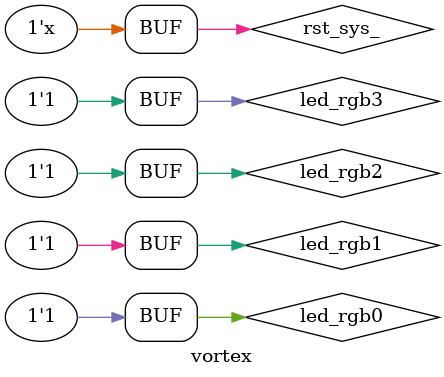
<source format=sv>

`define NOASYNC

`include "../libs/ddr3/ddr3_top.sv"
`include "../libs/uart/uart.sv"

`define ALWAYS(CLOCK,RESET) \
 `ifndef NOASYNC \
  always @(CLOCK, RESET) \
 `else \
  always @(CLOCK) \
 `endif

`define LENGTH(ADR,SIZ,OFS) (((ADR+SIZ-1)>>(OFS))-((ADR)>>(OFS)))

module vortex(
 `include "../ecpix5_ports.hv"
);
/* clocks */
 wire sysclk;
 wire ddrclk;

 `ifndef VERILATOR
  wire [3:0] clk_pll;
  wire       pll_locked;
  ecp5pll
  #(
   .in_hz(100000000)
  ,.out0_hz(50000000)
  ,.out1_hz(50000000)
  ,.out1_deg(90)
  ) pll(
   .clk_i(fpga_sysclk)
  ,.clk_o(clk_pll)
  ,.reset(1'b0)
  ,.standby(1'b0)
  ,.phasesel(2'b0)
  ,.phasedir(1'b0) 
  ,.phasestep(1'b0)
  ,.phaseloadreg(1'b0)
  ,.locked(pll_locked)
  );

  assign sysclk = clk_pll[0]; // 50MHz
  assign ddrclk = clk_pll[1]; // 50MHz (90 degree phase shift)
 `else
  assign sysclk = fpga_sysclk;
  assign ddrclk = fpga_sysclk;
 `endif
/**/
/* resets */
 reg rst_;

 assign rst_sys_ = 1'bz;

 reg[1:0] Srst_fpga_, Sgsrn;
 `ALWAYS(posedge sysclk, negedge pll_locked)
  if (!pll_locked) begin
   Srst_fpga_[1:0] <= 2'b00;
   Sgsrn[1:0] <= 2'b00;
   //
   rst_ <= 1'b0;
  end
   else begin
    Srst_fpga_[1:0] <= {Srst_fpga_[0], rst_fpga_};
    Sgsrn[1:0] <= {Sgsrn[0], gsrn};
    //
    rst_ <= Srst_fpga_[1] && Sgsrn[1];
   end
/**/

/* DDR3 */
 reg[31:0] axi4_awaddr;
 reg [7:0] axi4_awlen;
 reg       axi4_awvalid;
 wire      axi4_awready;
 //
 reg[31:0] axi4_wdata;
 reg [3:0] axi4_wstrb;
 reg       axi4_wlast;
 reg       axi4_wvalid;
 wire      axi4_wready;
 //
 reg[31:0] axi4_araddr;
 reg [7:0] axi4_arlen;
 reg       axi4_arvalid;
 wire      axi4_arready;
 //
 wire[31:0] axi4_rdata;
 wire       axi4_rlast;
 wire       axi4_rvalid;
//
wire[31:0] dfi_rddata_w;
wire       dfi_rddata_valid_w;
 ddr3_top ddr3(
 // clocks, reset
  .rst(!rst_)
 ,.clk(sysclk)
 ,
  .ddrclk(ddrclk)
 ,// DDR3
  .ddr3_a    (ddr_a                  )
 ,.ddr3_ba   (ddr_ba                 )
 ,.ddr3_ras_n(ddr_ras_               )
 ,.ddr3_cas_n(ddr_cas_               )
 ,.ddr3_we_n (ddr_we_                )
 ,.ddr3_dm   ({ddr_udm,ddr_ldm}      )
 ,.ddr3_dq   (ddr_d                  )
 ,.ddr3_dqs_p({ddr_udqs_p,ddr_ldqs_p})
 ,.ddr3_clk_p(ddr_ck_p               )
 ,.ddr3_cke  (ddr_cke                )
 ,.ddr3_odt  (ddr_odt                )
 ,// AXI4
  .axi4_awid   ('h0)
 ,.axi4_awaddr (axi4_awaddr)
 ,.axi4_awlen  (axi4_awlen)
 ,.axi4_awburst('h1)
 ,.axi4_awvalid(axi4_awvalid)
 ,.axi4_awready(axi4_awready)
 ,
  .axi4_wdata (axi4_wdata)
 ,.axi4_wstrb (axi4_wstrb)
 ,.axi4_wlast (axi4_wlast)
 ,.axi4_wvalid(axi4_wvalid)
 ,.axi4_wready(axi4_wready)
 ,
  .axi4_bid   ()
 ,.axi4_bresp ()
 ,.axi4_bvalid()
 ,.axi4_bready(1'b1)
 ,
  .axi4_arid   (0)
 ,.axi4_araddr (axi4_araddr)
 ,.axi4_arlen  (axi4_arlen)
 ,.axi4_arburst('h1)
 ,.axi4_arvalid(axi4_arvalid)
 ,.axi4_arready(axi4_arready)
 ,
  .axi4_rid   ()
 ,.axi4_rdata (axi4_rdata)
 ,.axi4_rresp ()
 ,.axi4_rlast (axi4_rlast)
 ,.axi4_rvalid(axi4_rvalid)
 ,.axi4_rready(axi4_rvalid)
 );
/**/

/* UART */
 wire[7:0] rx_byte;
 wire      rx_stb;
 //
 reg[7:0] tx_byte;
 reg      tx_req;
 wire     tx_idle;

 uart #(
  .CLK_HZ(50000000)
 ,.BAUD  (1000000)
 ) uart(
  .rst_(rst_)
 ,.clk(sysclk)
 ,
  .rxd(uart_rxd)
 ,.txd(uart_txd)
 ,
  .rx_byte(rx_byte)
 ,.rx_stb (rx_stb )
 ,
  .tx_byte(tx_byte)
 ,.tx_req (tx_req )
 ,.tx_idle(tx_idle)
 );
/**/

/* Vortex stuff */
 /* receive */
  enum {RCV_CMD
       ,RCV_CMD_STB
       ,RCV_WRWORD
       ,RCV_DDRWR
       ,RCV_RDWORD
       ,RCVST_SIZE} RCVST_ENUM;
  reg[RCVST_SIZE-1:0] rcv_state;
  reg           [6:0] rcv_byteCnt;
  reg       [9*8-1:0] rcv_cmd;
   wire [7:0] rcv_opcode = rcv_cmd[0+:8];
   wire[31:0] rcv_addr   = rcv_cmd[8+:32];
   wire[31:0] rcv_size   = rcv_cmd[(8+32)+:32];
  //
  reg[32:0] rcv_wrCnt;
  reg [1:0] rcv_wrPtr;
  reg[31:0] rcv_wrWord;
  `ALWAYS(posedge sysclk, negedge rst_)
   if (!rst_) begin
    axi4_awvalid <= 1'b0;
    axi4_wvalid  <= 1'b0;
    axi4_arvalid <= 1'b0;
    //
    rcv_byteCnt <= 9 -2;
    rcv_state <= (1<<RCV_CMD);
   end
    else begin
     if (axi4_awready) begin
      axi4_awvalid <= 1'b0;
      axi4_awaddr <= axi4_awaddr+1;
     end
     if (axi4_wready) begin
      axi4_wvalid <= 1'b0;
     end
     if (axi4_arready) begin
      axi4_arvalid <= 1'b0;
      axi4_araddr <= axi4_araddr+1;
     end
     unique case (rcv_state)
      default: begin // (1<<RCV_CMD)
       if (rx_stb) begin
        rcv_cmd[9*8-1-:8] <= rx_byte;
        rcv_cmd[0+:8*8] <= rcv_cmd[9*8-1-:8*8];
        //
        if (rcv_byteCnt[6]) begin
         rcv_state <= (1<<RCV_CMD_STB);
        end
        rcv_byteCnt <= rcv_byteCnt-1;
       end
      end
      (1<<RCV_CMD_STB): begin
       rcv_wrCnt <= rcv_size -2;
       rcv_wrPtr <= rcv_addr[1:0];
       //
       axi4_wstrb  <= 4'b1111<<rcv_addr[1:0];
       //
       case (rcv_opcode)
        default: begin
         rcv_byteCnt <= 9 -2;
         rcv_state <= (1<<RCV_CMD);
        end
        "w": begin
         rcv_state <= (1<<RCV_WRWORD);
        end
        "r": begin
         rcv_state <= (1<<RCV_RDWORD);
        end
       endcase
      end
      //
      (1<<RCV_WRWORD): begin
       if (rx_stb) begin
        case (rcv_wrPtr)
         2'h0: begin
          rcv_wrWord[0+:8] <= rx_byte;
         end
         2'h1: begin
          rcv_wrWord[8+:8] <= rx_byte;
         end
         2'h2: begin
          rcv_wrWord[16+:8] <= rx_byte;
         end
         2'h3: begin
          rcv_wrWord[24+:8] <= rx_byte;
         end
        endcase
        rcv_wrPtr <= rcv_wrPtr+1;
        //
        if ((rcv_wrPtr==3'h3) || rcv_wrCnt[32]) begin
         rcv_state <= (1<<RCV_DDRWR);
        end
        rcv_wrCnt <= rcv_wrCnt-1;
       end
      end
      (1<<RCV_DDRWR): begin
       axi4_awaddr  <= rcv_addr[31:2]<<2;
       axi4_awlen   <= 8'h0;
       axi4_awvalid <= 1'b1;
       //
       axi4_wdata <= rcv_wrWord;
       rcv_state <= (1<<RCV_WRWORD);
       if (rcv_wrCnt[32]) begin
        axi4_wstrb  <= axi4_wstrb & (4'b1111>>(2'h3 & ~(rcv_addr[1:0]+rcv_size[1:0]-1)));
        //
        rcv_byteCnt <= 9 -2;
        rcv_state <= (1<<RCV_CMD);
       end
       axi4_wlast  <= 1'b1;
       axi4_wvalid <= 1'b1;
      end
      //
      (1<<RCV_RDWORD): begin
       axi4_araddr  <= rcv_addr[31:2]<<2;
       axi4_arlen   <= 8'h0;
       axi4_arvalid <= 1'b1;
       //
       rcv_byteCnt <= 9 -2;
       rcv_state <= (1<<RCV_CMD);
      end
     endcase
    end
 /**/
 /* send */
  reg[8*8-1:0] snd_word;
  reg    [6:0] snd_byteCnt;
  `ALWAYS(posedge sysclk, negedge rst_)
   if (!rst_) begin
    tx_req <= 1'b0;
    //
    snd_byteCnt <= -1;
   end
    else begin
     if (!tx_idle) begin
      tx_req <= 1'b0;
     end
     if (axi4_rvalid) begin
      snd_word <= axi4_rdata;
      snd_byteCnt <= 4 -1;
     end
     if (!snd_byteCnt[6] && tx_idle && !tx_req) begin
      tx_byte <= snd_word[0+:8];
      snd_word <= snd_word>>8;
      tx_req <= 1'b1;
      snd_byteCnt <= snd_byteCnt-1;
     end
    end
 /**/
/**/

/* LEDs */
 assign {led_rgb3,led_rgb2,led_rgb1,led_rgb0} = {{3{1'b1}},{3{1'b1}},{3{1'b1}},{3{1'b1}}};
/**/

endmodule
`undef LENGTH
`undef ALWAYS
// vim: foldenable foldmethod=indent shiftwidth=1 foldlevel=0

</source>
